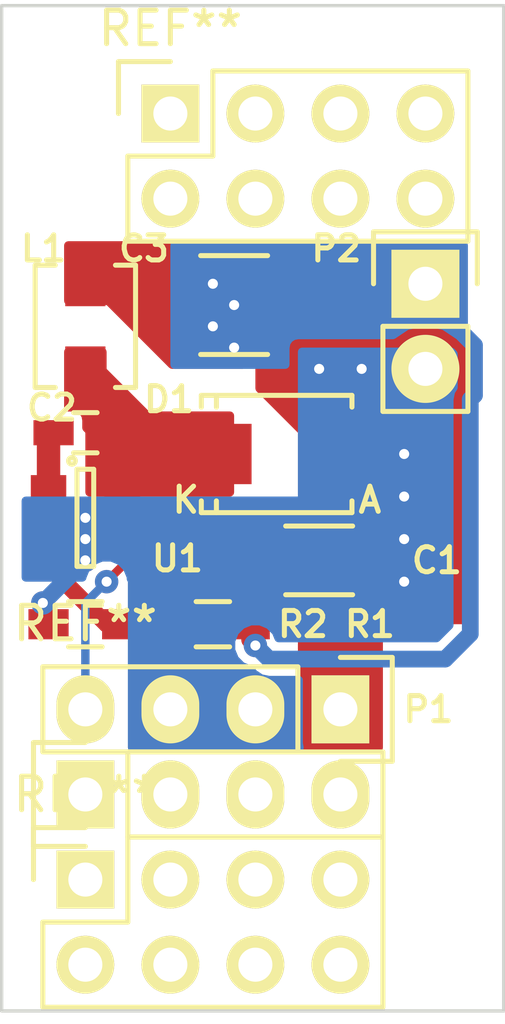
<source format=kicad_pcb>
(kicad_pcb (version 4) (host pcbnew 4.0.2+e4-6225~38~ubuntu16.04.1-stable)

  (general
    (links 0)
    (no_connects 0)
    (area 132.069999 93.884999 147.170001 123.985001)
    (thickness 1.6)
    (drawings 4)
    (tracks 59)
    (zones 0)
    (modules 13)
    (nets 8)
  )

  (page A4)
  (layers
    (0 F.Cu signal)
    (31 B.Cu signal)
    (32 B.Adhes user)
    (33 F.Adhes user)
    (34 B.Paste user)
    (35 F.Paste user)
    (36 B.SilkS user)
    (37 F.SilkS user)
    (38 B.Mask user)
    (39 F.Mask user)
    (40 Dwgs.User user)
    (41 Cmts.User user)
    (42 Eco1.User user)
    (43 Eco2.User user)
    (44 Edge.Cuts user)
    (45 Margin user)
    (46 B.CrtYd user)
    (47 F.CrtYd user)
    (48 B.Fab user)
    (49 F.Fab user hide)
  )

  (setup
    (last_trace_width 0.25)
    (trace_clearance 0.2)
    (zone_clearance 0.25)
    (zone_45_only no)
    (trace_min 0.2)
    (segment_width 0.2)
    (edge_width 0.1)
    (via_size 0.7)
    (via_drill 0.3)
    (via_min_size 0.4)
    (via_min_drill 0.3)
    (uvia_size 0.3)
    (uvia_drill 0.1)
    (uvias_allowed no)
    (uvia_min_size 0.2)
    (uvia_min_drill 0.1)
    (pcb_text_width 0.3)
    (pcb_text_size 1.5 1.5)
    (mod_edge_width 0.15)
    (mod_text_size 0.75 0.75)
    (mod_text_width 0.15)
    (pad_size 1.5 1.5)
    (pad_drill 0.5)
    (pad_to_mask_clearance 0)
    (aux_axis_origin 0 0)
    (grid_origin 134.62 114.935)
    (visible_elements FFFFFF7F)
    (pcbplotparams
      (layerselection 0x010f0_80000001)
      (usegerberextensions false)
      (excludeedgelayer true)
      (linewidth 0.100000)
      (plotframeref false)
      (viasonmask false)
      (mode 1)
      (useauxorigin false)
      (hpglpennumber 1)
      (hpglpenspeed 20)
      (hpglpendiameter 15)
      (hpglpenoverlay 2)
      (psnegative false)
      (psa4output false)
      (plotreference true)
      (plotvalue true)
      (plotinvisibletext false)
      (padsonsilk false)
      (subtractmaskfromsilk false)
      (outputformat 1)
      (mirror false)
      (drillshape 0)
      (scaleselection 1)
      (outputdirectory output-ext))
  )

  (net 0 "")
  (net 1 /VIN)
  (net 2 GND)
  (net 3 /BST)
  (net 4 /SW)
  (net 5 /VOUT)
  (net 6 /EN)
  (net 7 /FB)

  (net_class Default "This is the default net class."
    (clearance 0.2)
    (trace_width 0.25)
    (via_dia 0.7)
    (via_drill 0.3)
    (uvia_dia 0.3)
    (uvia_drill 0.1)
    (add_net /BST)
    (add_net /EN)
    (add_net /FB)
    (add_net /SW)
    (add_net /VIN)
    (add_net /VOUT)
    (add_net GND)
  )

  (module Socket_Strips:Socket_Strip_Straight_2x04 (layer F.Cu) (tedit 0) (tstamp 57A7F962)
    (at 137.16 97.155)
    (descr "Through hole socket strip")
    (tags "socket strip")
    (fp_text reference REF** (at 0 -2.54) (layer F.SilkS)
      (effects (font (size 1 1) (thickness 0.15)))
    )
    (fp_text value Socket_Strip_Straight_2x04 (at 0 -3.1) (layer F.Fab)
      (effects (font (size 1 1) (thickness 0.15)))
    )
    (fp_line (start -1.75 -1.75) (end -1.75 4.3) (layer F.CrtYd) (width 0.05))
    (fp_line (start 9.4 -1.75) (end 9.4 4.3) (layer F.CrtYd) (width 0.05))
    (fp_line (start -1.75 -1.75) (end 9.4 -1.75) (layer F.CrtYd) (width 0.05))
    (fp_line (start -1.75 4.3) (end 9.4 4.3) (layer F.CrtYd) (width 0.05))
    (fp_line (start 1.27 -1.27) (end 8.89 -1.27) (layer F.SilkS) (width 0.15))
    (fp_line (start 8.89 -1.27) (end 8.89 3.81) (layer F.SilkS) (width 0.15))
    (fp_line (start 8.89 3.81) (end -1.27 3.81) (layer F.SilkS) (width 0.15))
    (fp_line (start -1.27 3.81) (end -1.27 1.27) (layer F.SilkS) (width 0.15))
    (fp_line (start 0 -1.55) (end -1.55 -1.55) (layer F.SilkS) (width 0.15))
    (fp_line (start -1.27 1.27) (end 1.27 1.27) (layer F.SilkS) (width 0.15))
    (fp_line (start 1.27 1.27) (end 1.27 -1.27) (layer F.SilkS) (width 0.15))
    (fp_line (start -1.55 -1.55) (end -1.55 0) (layer F.SilkS) (width 0.15))
    (pad 1 thru_hole rect (at 0 0) (size 1.7272 1.7272) (drill 1.016) (layers *.Cu *.Mask F.SilkS))
    (pad 2 thru_hole oval (at 0 2.54) (size 1.7272 1.7272) (drill 1.016) (layers *.Cu *.Mask F.SilkS))
    (pad 3 thru_hole oval (at 2.54 0) (size 1.7272 1.7272) (drill 1.016) (layers *.Cu *.Mask F.SilkS))
    (pad 4 thru_hole oval (at 2.54 2.54) (size 1.7272 1.7272) (drill 1.016) (layers *.Cu *.Mask F.SilkS))
    (pad 5 thru_hole oval (at 5.08 0) (size 1.7272 1.7272) (drill 1.016) (layers *.Cu *.Mask F.SilkS))
    (pad 6 thru_hole oval (at 5.08 2.54) (size 1.7272 1.7272) (drill 1.016) (layers *.Cu *.Mask F.SilkS))
    (pad 7 thru_hole oval (at 7.62 0) (size 1.7272 1.7272) (drill 1.016) (layers *.Cu *.Mask F.SilkS))
    (pad 8 thru_hole oval (at 7.62 2.54) (size 1.7272 1.7272) (drill 1.016) (layers *.Cu *.Mask F.SilkS))
    (model Socket_Strips.3dshapes/Socket_Strip_Straight_2x04.wrl
      (at (xyz 0.15 -0.05 0))
      (scale (xyz 1 1 1))
      (rotate (xyz 0 0 180))
    )
  )

  (module Capacitors_SMD:C_0603_HandSoldering (layer F.Cu) (tedit 541A9B4D) (tstamp 57A7D831)
    (at 134.62 106.68)
    (descr "Capacitor SMD 0603, hand soldering")
    (tags "capacitor 0603")
    (path /57A7D6C1)
    (attr smd)
    (fp_text reference C2 (at -1 -0.745) (layer F.SilkS)
      (effects (font (size 0.75 0.75) (thickness 0.15)))
    )
    (fp_text value 0.1uF (at 0 1.9) (layer F.Fab)
      (effects (font (size 1 1) (thickness 0.15)))
    )
    (fp_line (start -1.85 -0.75) (end 1.85 -0.75) (layer F.CrtYd) (width 0.05))
    (fp_line (start -1.85 0.75) (end 1.85 0.75) (layer F.CrtYd) (width 0.05))
    (fp_line (start -1.85 -0.75) (end -1.85 0.75) (layer F.CrtYd) (width 0.05))
    (fp_line (start 1.85 -0.75) (end 1.85 0.75) (layer F.CrtYd) (width 0.05))
    (fp_line (start -0.35 -0.6) (end 0.35 -0.6) (layer F.SilkS) (width 0.15))
    (fp_line (start 0.35 0.6) (end -0.35 0.6) (layer F.SilkS) (width 0.15))
    (pad 1 smd rect (at -0.95 0) (size 1.2 0.75) (layers F.Cu F.Paste F.Mask)
      (net 3 /BST))
    (pad 2 smd rect (at 0.95 0) (size 1.2 0.75) (layers F.Cu F.Paste F.Mask)
      (net 4 /SW))
    (model Capacitors_SMD.3dshapes/C_0603_HandSoldering.wrl
      (at (xyz 0 0 0))
      (scale (xyz 1 1 1))
      (rotate (xyz 0 0 0))
    )
  )

  (module Pin_Headers:Pin_Header_Straight_1x02 (layer F.Cu) (tedit 54EA090C) (tstamp 57A7D882)
    (at 144.78 102.235)
    (descr "Through hole pin header")
    (tags "pin header")
    (path /57A7E1D5)
    (fp_text reference P2 (at -2.66 -1.05) (layer F.SilkS)
      (effects (font (size 0.75 0.75) (thickness 0.15)))
    )
    (fp_text value CONN_01X02 (at 0 -3.1) (layer F.Fab)
      (effects (font (size 1 1) (thickness 0.15)))
    )
    (fp_line (start 1.27 1.27) (end 1.27 3.81) (layer F.SilkS) (width 0.15))
    (fp_line (start 1.55 -1.55) (end 1.55 0) (layer F.SilkS) (width 0.15))
    (fp_line (start -1.75 -1.75) (end -1.75 4.3) (layer F.CrtYd) (width 0.05))
    (fp_line (start 1.75 -1.75) (end 1.75 4.3) (layer F.CrtYd) (width 0.05))
    (fp_line (start -1.75 -1.75) (end 1.75 -1.75) (layer F.CrtYd) (width 0.05))
    (fp_line (start -1.75 4.3) (end 1.75 4.3) (layer F.CrtYd) (width 0.05))
    (fp_line (start 1.27 1.27) (end -1.27 1.27) (layer F.SilkS) (width 0.15))
    (fp_line (start -1.55 0) (end -1.55 -1.55) (layer F.SilkS) (width 0.15))
    (fp_line (start -1.55 -1.55) (end 1.55 -1.55) (layer F.SilkS) (width 0.15))
    (fp_line (start -1.27 1.27) (end -1.27 3.81) (layer F.SilkS) (width 0.15))
    (fp_line (start -1.27 3.81) (end 1.27 3.81) (layer F.SilkS) (width 0.15))
    (pad 1 thru_hole rect (at 0 0) (size 2.032 2.032) (drill 1.016) (layers *.Cu *.Mask F.SilkS)
      (net 5 /VOUT))
    (pad 2 thru_hole oval (at 0 2.54) (size 2.032 2.032) (drill 1.016) (layers *.Cu *.Mask F.SilkS)
      (net 2 GND))
    (model Pin_Headers.3dshapes/Pin_Header_Straight_1x02.wrl
      (at (xyz 0 -0.05 0))
      (scale (xyz 1 1 1))
      (rotate (xyz 0 0 90))
    )
  )

  (module digitizer2_modules:IHLP-1212BZ-11 (layer F.Cu) (tedit 56EC0A1B) (tstamp 57A7D85E)
    (at 134.62 103.505 90)
    (path /57A7D952)
    (fp_text reference L1 (at 2.32 -1.25 180) (layer F.SilkS)
      (effects (font (size 0.75 0.75) (thickness 0.15)))
    )
    (fp_text value 2.2uH (at 0 2.54 90) (layer F.Fab)
      (effects (font (size 1 1) (thickness 0.15)))
    )
    (fp_line (start 1.825 1.5) (end 1.825 0.9) (layer F.SilkS) (width 0.15))
    (fp_line (start -1.825 1.5) (end -1.825 0.9) (layer F.SilkS) (width 0.15))
    (fp_line (start -1.825 -1.5) (end -1.825 -0.9) (layer F.SilkS) (width 0.15))
    (fp_line (start 1.825 -1.5) (end 1.825 -0.9) (layer F.SilkS) (width 0.15))
    (fp_line (start -1.825 1.5) (end 1.825 1.5) (layer F.SilkS) (width 0.15))
    (fp_line (start -1.825 -1.5) (end 1.825 -1.5) (layer F.SilkS) (width 0.15))
    (pad 1 smd rect (at -1.35 0 90) (size 1.5 1.2) (layers F.Cu F.Paste F.Mask)
      (net 4 /SW))
    (pad 2 smd rect (at 1.35 0 90) (size 1.5 1.2) (layers F.Cu F.Paste F.Mask)
      (net 5 /VOUT))
  )

  (module Diodes_SMD:SMA_Standard (layer F.Cu) (tedit 552FF239) (tstamp 57A7D852)
    (at 140.335 107.315)
    (descr "Diode SMA")
    (tags "Diode SMA")
    (path /57A7C9A1)
    (attr smd)
    (fp_text reference D1 (at -3.215 -1.63) (layer F.SilkS)
      (effects (font (size 0.75 0.75) (thickness 0.15)))
    )
    (fp_text value D_Schottky_Small (at 0 4.3) (layer F.Fab)
      (effects (font (size 1 1) (thickness 0.15)))
    )
    (fp_line (start -3.5 -2) (end 3.5 -2) (layer F.CrtYd) (width 0.05))
    (fp_line (start 3.5 -2) (end 3.5 2) (layer F.CrtYd) (width 0.05))
    (fp_line (start 3.5 2) (end -3.5 2) (layer F.CrtYd) (width 0.05))
    (fp_line (start -3.5 2) (end -3.5 -2) (layer F.CrtYd) (width 0.05))
    (fp_text user K (at -2.715 1.37) (layer F.SilkS)
      (effects (font (size 0.75 0.75) (thickness 0.15)))
    )
    (fp_text user A (at 2.785 1.37) (layer F.SilkS)
      (effects (font (size 0.75 0.75) (thickness 0.15)))
    )
    (fp_circle (center 0 0) (end 0.20066 -0.0508) (layer F.Adhes) (width 0.381))
    (fp_line (start -1.79914 1.75006) (end -1.79914 1.39954) (layer F.SilkS) (width 0.15))
    (fp_line (start -1.79914 -1.75006) (end -1.79914 -1.39954) (layer F.SilkS) (width 0.15))
    (fp_line (start 2.25044 1.75006) (end 2.25044 1.39954) (layer F.SilkS) (width 0.15))
    (fp_line (start -2.25044 1.75006) (end -2.25044 1.39954) (layer F.SilkS) (width 0.15))
    (fp_line (start -2.25044 -1.75006) (end -2.25044 -1.39954) (layer F.SilkS) (width 0.15))
    (fp_line (start 2.25044 -1.75006) (end 2.25044 -1.39954) (layer F.SilkS) (width 0.15))
    (fp_line (start -2.25044 1.75006) (end 2.25044 1.75006) (layer F.SilkS) (width 0.15))
    (fp_line (start -2.25044 -1.75006) (end 2.25044 -1.75006) (layer F.SilkS) (width 0.15))
    (pad 1 smd rect (at -1.99898 0) (size 2.49936 1.80086) (layers F.Cu F.Paste F.Mask)
      (net 4 /SW))
    (pad 2 smd rect (at 1.99898 0) (size 2.49936 1.80086) (layers F.Cu F.Paste F.Mask)
      (net 2 GND))
    (model Diodes_SMD.3dshapes/SMA_Standard.wrl
      (at (xyz 0 0 0))
      (scale (xyz 0.3937 0.3937 0.3937))
      (rotate (xyz 0 0 180))
    )
  )

  (module Resistors_SMD:R_0603_HandSoldering (layer F.Cu) (tedit 5418A00F) (tstamp 57A7D88E)
    (at 138.43 112.395 180)
    (descr "Resistor SMD 0603, hand soldering")
    (tags "resistor 0603")
    (path /57A7CF0E)
    (attr smd)
    (fp_text reference R1 (at -4.69 0 180) (layer F.SilkS)
      (effects (font (size 0.75 0.75) (thickness 0.15)))
    )
    (fp_text value div1 (at 0 1.9 180) (layer F.Fab)
      (effects (font (size 1 1) (thickness 0.15)))
    )
    (fp_line (start -2 -0.8) (end 2 -0.8) (layer F.CrtYd) (width 0.05))
    (fp_line (start -2 0.8) (end 2 0.8) (layer F.CrtYd) (width 0.05))
    (fp_line (start -2 -0.8) (end -2 0.8) (layer F.CrtYd) (width 0.05))
    (fp_line (start 2 -0.8) (end 2 0.8) (layer F.CrtYd) (width 0.05))
    (fp_line (start 0.5 0.675) (end -0.5 0.675) (layer F.SilkS) (width 0.15))
    (fp_line (start -0.5 -0.675) (end 0.5 -0.675) (layer F.SilkS) (width 0.15))
    (pad 1 smd rect (at -1.1 0 180) (size 1.2 0.9) (layers F.Cu F.Paste F.Mask)
      (net 5 /VOUT))
    (pad 2 smd rect (at 1.1 0 180) (size 1.2 0.9) (layers F.Cu F.Paste F.Mask)
      (net 7 /FB))
    (model Resistors_SMD.3dshapes/R_0603_HandSoldering.wrl
      (at (xyz 0 0 0))
      (scale (xyz 1 1 1))
      (rotate (xyz 0 0 0))
    )
  )

  (module Resistors_SMD:R_0603_HandSoldering (layer F.Cu) (tedit 5418A00F) (tstamp 57A7D89A)
    (at 134.62 112.395 180)
    (descr "Resistor SMD 0603, hand soldering")
    (tags "resistor 0603")
    (path /57A7D050)
    (attr smd)
    (fp_text reference R2 (at -6.5 0 180) (layer F.SilkS)
      (effects (font (size 0.75 0.75) (thickness 0.15)))
    )
    (fp_text value div2 (at 0 1.9 180) (layer F.Fab)
      (effects (font (size 1 1) (thickness 0.15)))
    )
    (fp_line (start -2 -0.8) (end 2 -0.8) (layer F.CrtYd) (width 0.05))
    (fp_line (start -2 0.8) (end 2 0.8) (layer F.CrtYd) (width 0.05))
    (fp_line (start -2 -0.8) (end -2 0.8) (layer F.CrtYd) (width 0.05))
    (fp_line (start 2 -0.8) (end 2 0.8) (layer F.CrtYd) (width 0.05))
    (fp_line (start 0.5 0.675) (end -0.5 0.675) (layer F.SilkS) (width 0.15))
    (fp_line (start -0.5 -0.675) (end 0.5 -0.675) (layer F.SilkS) (width 0.15))
    (pad 1 smd rect (at -1.1 0 180) (size 1.2 0.9) (layers F.Cu F.Paste F.Mask)
      (net 7 /FB))
    (pad 2 smd rect (at 1.1 0 180) (size 1.2 0.9) (layers F.Cu F.Paste F.Mask)
      (net 2 GND))
    (model Resistors_SMD.3dshapes/R_0603_HandSoldering.wrl
      (at (xyz 0 0 0))
      (scale (xyz 1 1 1))
      (rotate (xyz 0 0 0))
    )
  )

  (module Capacitors_SMD:C_1206 (layer F.Cu) (tedit 5415D7BD) (tstamp 57A7D825)
    (at 141.605 110.49)
    (descr "Capacitor SMD 1206, reflow soldering, AVX (see smccp.pdf)")
    (tags "capacitor 1206")
    (path /57A7D3A9)
    (attr smd)
    (fp_text reference C1 (at 3.515 0) (layer F.SilkS)
      (effects (font (size 0.75 0.75) (thickness 0.15)))
    )
    (fp_text value 10uF (at 0 2.3) (layer F.Fab)
      (effects (font (size 1 1) (thickness 0.15)))
    )
    (fp_line (start -2.3 -1.15) (end 2.3 -1.15) (layer F.CrtYd) (width 0.05))
    (fp_line (start -2.3 1.15) (end 2.3 1.15) (layer F.CrtYd) (width 0.05))
    (fp_line (start -2.3 -1.15) (end -2.3 1.15) (layer F.CrtYd) (width 0.05))
    (fp_line (start 2.3 -1.15) (end 2.3 1.15) (layer F.CrtYd) (width 0.05))
    (fp_line (start 1 -1.025) (end -1 -1.025) (layer F.SilkS) (width 0.15))
    (fp_line (start -1 1.025) (end 1 1.025) (layer F.SilkS) (width 0.15))
    (pad 1 smd rect (at -1.5 0) (size 1 1.6) (layers F.Cu F.Paste F.Mask)
      (net 1 /VIN))
    (pad 2 smd rect (at 1.5 0) (size 1 1.6) (layers F.Cu F.Paste F.Mask)
      (net 2 GND))
    (model Capacitors_SMD.3dshapes/C_1206.wrl
      (at (xyz 0 0 0))
      (scale (xyz 1 1 1))
      (rotate (xyz 0 0 0))
    )
  )

  (module TO_SOT_Packages_SMD:SOT-23-6 (layer F.Cu) (tedit 53DE8DE3) (tstamp 57A7D8A9)
    (at 134.62 109.22)
    (descr "6-pin SOT-23 package")
    (tags SOT-23-6)
    (path /57A7CDC4)
    (attr smd)
    (fp_text reference U1 (at 2.75 1.215) (layer F.SilkS)
      (effects (font (size 0.75 0.75) (thickness 0.15)))
    )
    (fp_text value ADP2301 (at 0 2.9) (layer F.Fab)
      (effects (font (size 1 1) (thickness 0.15)))
    )
    (fp_circle (center -0.4 -1.7) (end -0.3 -1.7) (layer F.SilkS) (width 0.15))
    (fp_line (start 0.25 -1.45) (end -0.25 -1.45) (layer F.SilkS) (width 0.15))
    (fp_line (start 0.25 1.45) (end 0.25 -1.45) (layer F.SilkS) (width 0.15))
    (fp_line (start -0.25 1.45) (end 0.25 1.45) (layer F.SilkS) (width 0.15))
    (fp_line (start -0.25 -1.45) (end -0.25 1.45) (layer F.SilkS) (width 0.15))
    (pad 1 smd rect (at -1.1 -0.95) (size 1.06 0.65) (layers F.Cu F.Paste F.Mask)
      (net 3 /BST))
    (pad 2 smd rect (at -1.1 0) (size 1.06 0.65) (layers F.Cu F.Paste F.Mask)
      (net 2 GND))
    (pad 3 smd rect (at -1.1 0.95) (size 1.06 0.65) (layers F.Cu F.Paste F.Mask)
      (net 7 /FB))
    (pad 4 smd rect (at 1.1 0.95) (size 1.06 0.65) (layers F.Cu F.Paste F.Mask)
      (net 6 /EN))
    (pad 6 smd rect (at 1.1 -0.95) (size 1.06 0.65) (layers F.Cu F.Paste F.Mask)
      (net 4 /SW))
    (pad 5 smd rect (at 1.1 0) (size 1.06 0.65) (layers F.Cu F.Paste F.Mask)
      (net 1 /VIN))
    (model TO_SOT_Packages_SMD.3dshapes/SOT-23-6.wrl
      (at (xyz 0 0 0))
      (scale (xyz 1 1 1))
      (rotate (xyz 0 0 0))
    )
  )

  (module Pin_Headers:Pin_Header_Straight_1x04 (layer F.Cu) (tedit 0) (tstamp 57A7D871)
    (at 142.24 114.935 270)
    (descr "Through hole pin header")
    (tags "pin header")
    (path /57A7D6BE)
    (fp_text reference P1 (at 0 -2.63 360) (layer F.SilkS)
      (effects (font (size 0.75 0.75) (thickness 0.15)))
    )
    (fp_text value CONN_01X04 (at 0 -3.1 270) (layer F.Fab)
      (effects (font (size 1 1) (thickness 0.15)))
    )
    (fp_line (start -1.75 -1.75) (end -1.75 9.4) (layer F.CrtYd) (width 0.05))
    (fp_line (start 1.75 -1.75) (end 1.75 9.4) (layer F.CrtYd) (width 0.05))
    (fp_line (start -1.75 -1.75) (end 1.75 -1.75) (layer F.CrtYd) (width 0.05))
    (fp_line (start -1.75 9.4) (end 1.75 9.4) (layer F.CrtYd) (width 0.05))
    (fp_line (start -1.27 1.27) (end -1.27 8.89) (layer F.SilkS) (width 0.15))
    (fp_line (start 1.27 1.27) (end 1.27 8.89) (layer F.SilkS) (width 0.15))
    (fp_line (start 1.55 -1.55) (end 1.55 0) (layer F.SilkS) (width 0.15))
    (fp_line (start -1.27 8.89) (end 1.27 8.89) (layer F.SilkS) (width 0.15))
    (fp_line (start 1.27 1.27) (end -1.27 1.27) (layer F.SilkS) (width 0.15))
    (fp_line (start -1.55 0) (end -1.55 -1.55) (layer F.SilkS) (width 0.15))
    (fp_line (start -1.55 -1.55) (end 1.55 -1.55) (layer F.SilkS) (width 0.15))
    (pad 1 thru_hole rect (at 0 0 270) (size 2.032 1.7272) (drill 1.016) (layers *.Cu *.Mask F.SilkS)
      (net 1 /VIN))
    (pad 2 thru_hole oval (at 0 2.54 270) (size 2.032 1.7272) (drill 1.016) (layers *.Cu *.Mask F.SilkS)
      (net 2 GND))
    (pad 3 thru_hole oval (at 0 5.08 270) (size 2.032 1.7272) (drill 1.016) (layers *.Cu *.Mask F.SilkS)
      (net 2 GND))
    (pad 4 thru_hole oval (at 0 7.62 270) (size 2.032 1.7272) (drill 1.016) (layers *.Cu *.Mask F.SilkS)
      (net 6 /EN))
    (model Pin_Headers.3dshapes/Pin_Header_Straight_1x04.wrl
      (at (xyz 0 -0.15 0))
      (scale (xyz 1 1 1))
      (rotate (xyz 0 0 90))
    )
  )

  (module Capacitors_SMD:C_1210 (layer F.Cu) (tedit 5415D85D) (tstamp 57A7D83D)
    (at 139.065 102.87)
    (descr "Capacitor SMD 1210, reflow soldering, AVX (see smccp.pdf)")
    (tags "capacitor 1210")
    (path /57A7DBCB)
    (attr smd)
    (fp_text reference C3 (at -2.695 -1.685) (layer F.SilkS)
      (effects (font (size 0.75 0.75) (thickness 0.15)))
    )
    (fp_text value C_Small (at 0 2.7) (layer F.Fab)
      (effects (font (size 1 1) (thickness 0.15)))
    )
    (fp_line (start -2.3 -1.6) (end 2.3 -1.6) (layer F.CrtYd) (width 0.05))
    (fp_line (start -2.3 1.6) (end 2.3 1.6) (layer F.CrtYd) (width 0.05))
    (fp_line (start -2.3 -1.6) (end -2.3 1.6) (layer F.CrtYd) (width 0.05))
    (fp_line (start 2.3 -1.6) (end 2.3 1.6) (layer F.CrtYd) (width 0.05))
    (fp_line (start 1 -1.475) (end -1 -1.475) (layer F.SilkS) (width 0.15))
    (fp_line (start -1 1.475) (end 1 1.475) (layer F.SilkS) (width 0.15))
    (pad 1 smd rect (at -1.5 0) (size 1 2.5) (layers F.Cu F.Paste F.Mask)
      (net 5 /VOUT))
    (pad 2 smd rect (at 1.5 0) (size 1 2.5) (layers F.Cu F.Paste F.Mask)
      (net 2 GND))
    (model Capacitors_SMD.3dshapes/C_1210.wrl
      (at (xyz 0 0 0))
      (scale (xyz 1 1 1))
      (rotate (xyz 0 0 0))
    )
  )

  (module Socket_Strips:Socket_Strip_Straight_2x04 (layer F.Cu) (tedit 0) (tstamp 57A7F934)
    (at 134.62 120.015)
    (descr "Through hole socket strip")
    (tags "socket strip")
    (fp_text reference REF** (at 0 -2.54) (layer F.SilkS)
      (effects (font (size 1 1) (thickness 0.15)))
    )
    (fp_text value Socket_Strip_Straight_2x04 (at 0 -3.1) (layer F.Fab)
      (effects (font (size 1 1) (thickness 0.15)))
    )
    (fp_line (start -1.75 -1.75) (end -1.75 4.3) (layer F.CrtYd) (width 0.05))
    (fp_line (start 9.4 -1.75) (end 9.4 4.3) (layer F.CrtYd) (width 0.05))
    (fp_line (start -1.75 -1.75) (end 9.4 -1.75) (layer F.CrtYd) (width 0.05))
    (fp_line (start -1.75 4.3) (end 9.4 4.3) (layer F.CrtYd) (width 0.05))
    (fp_line (start 1.27 -1.27) (end 8.89 -1.27) (layer F.SilkS) (width 0.15))
    (fp_line (start 8.89 -1.27) (end 8.89 3.81) (layer F.SilkS) (width 0.15))
    (fp_line (start 8.89 3.81) (end -1.27 3.81) (layer F.SilkS) (width 0.15))
    (fp_line (start -1.27 3.81) (end -1.27 1.27) (layer F.SilkS) (width 0.15))
    (fp_line (start 0 -1.55) (end -1.55 -1.55) (layer F.SilkS) (width 0.15))
    (fp_line (start -1.27 1.27) (end 1.27 1.27) (layer F.SilkS) (width 0.15))
    (fp_line (start 1.27 1.27) (end 1.27 -1.27) (layer F.SilkS) (width 0.15))
    (fp_line (start -1.55 -1.55) (end -1.55 0) (layer F.SilkS) (width 0.15))
    (pad 1 thru_hole rect (at 0 0) (size 1.7272 1.7272) (drill 1.016) (layers *.Cu *.Mask F.SilkS))
    (pad 2 thru_hole oval (at 0 2.54) (size 1.7272 1.7272) (drill 1.016) (layers *.Cu *.Mask F.SilkS))
    (pad 3 thru_hole oval (at 2.54 0) (size 1.7272 1.7272) (drill 1.016) (layers *.Cu *.Mask F.SilkS))
    (pad 4 thru_hole oval (at 2.54 2.54) (size 1.7272 1.7272) (drill 1.016) (layers *.Cu *.Mask F.SilkS))
    (pad 5 thru_hole oval (at 5.08 0) (size 1.7272 1.7272) (drill 1.016) (layers *.Cu *.Mask F.SilkS))
    (pad 6 thru_hole oval (at 5.08 2.54) (size 1.7272 1.7272) (drill 1.016) (layers *.Cu *.Mask F.SilkS))
    (pad 7 thru_hole oval (at 7.62 0) (size 1.7272 1.7272) (drill 1.016) (layers *.Cu *.Mask F.SilkS))
    (pad 8 thru_hole oval (at 7.62 2.54) (size 1.7272 1.7272) (drill 1.016) (layers *.Cu *.Mask F.SilkS))
    (model Socket_Strips.3dshapes/Socket_Strip_Straight_2x04.wrl
      (at (xyz 0.15 -0.05 0))
      (scale (xyz 1 1 1))
      (rotate (xyz 0 0 180))
    )
  )

  (module Socket_Strips:Socket_Strip_Straight_1x04 (layer F.Cu) (tedit 0) (tstamp 57A7F9F3)
    (at 134.62 117.475)
    (descr "Through hole socket strip")
    (tags "socket strip")
    (fp_text reference REF** (at 0 -5.1) (layer F.SilkS)
      (effects (font (size 1 1) (thickness 0.15)))
    )
    (fp_text value Socket_Strip_Straight_1x04 (at 0 -3.1) (layer F.Fab)
      (effects (font (size 1 1) (thickness 0.15)))
    )
    (fp_line (start -1.75 -1.75) (end -1.75 1.75) (layer F.CrtYd) (width 0.05))
    (fp_line (start 9.4 -1.75) (end 9.4 1.75) (layer F.CrtYd) (width 0.05))
    (fp_line (start -1.75 -1.75) (end 9.4 -1.75) (layer F.CrtYd) (width 0.05))
    (fp_line (start -1.75 1.75) (end 9.4 1.75) (layer F.CrtYd) (width 0.05))
    (fp_line (start 1.27 -1.27) (end 8.89 -1.27) (layer F.SilkS) (width 0.15))
    (fp_line (start 1.27 1.27) (end 8.89 1.27) (layer F.SilkS) (width 0.15))
    (fp_line (start -1.55 1.55) (end 0 1.55) (layer F.SilkS) (width 0.15))
    (fp_line (start 8.89 -1.27) (end 8.89 1.27) (layer F.SilkS) (width 0.15))
    (fp_line (start 1.27 1.27) (end 1.27 -1.27) (layer F.SilkS) (width 0.15))
    (fp_line (start 0 -1.55) (end -1.55 -1.55) (layer F.SilkS) (width 0.15))
    (fp_line (start -1.55 -1.55) (end -1.55 1.55) (layer F.SilkS) (width 0.15))
    (pad 1 thru_hole rect (at 0 0) (size 1.7272 2.032) (drill 1.016) (layers *.Cu *.Mask F.SilkS))
    (pad 2 thru_hole oval (at 2.54 0) (size 1.7272 2.032) (drill 1.016) (layers *.Cu *.Mask F.SilkS))
    (pad 3 thru_hole oval (at 5.08 0) (size 1.7272 2.032) (drill 1.016) (layers *.Cu *.Mask F.SilkS))
    (pad 4 thru_hole oval (at 7.62 0) (size 1.7272 2.032) (drill 1.016) (layers *.Cu *.Mask F.SilkS))
    (model Socket_Strips.3dshapes/Socket_Strip_Straight_1x04.wrl
      (at (xyz 0.15 0 0))
      (scale (xyz 1 1 1))
      (rotate (xyz 0 0 180))
    )
  )

  (gr_line (start 147.12 123.935) (end 132.12 123.935) (layer Edge.Cuts) (width 0.1))
  (gr_line (start 147.12 93.935) (end 147.12 123.935) (layer Edge.Cuts) (width 0.1))
  (gr_line (start 132.12 93.935) (end 147.12 93.935) (layer Edge.Cuts) (width 0.1))
  (gr_line (start 132.12 123.935) (end 132.12 93.935) (layer Edge.Cuts) (width 0.1))

  (segment (start 141.605 104.775) (end 142.875 104.775) (width 0.25) (layer F.Cu) (net 2))
  (via (at 142.875 104.775) (size 0.7) (drill 0.3) (layers F.Cu B.Cu) (net 2))
  (segment (start 140.565 102.87) (end 140.565 103.735) (width 0.25) (layer F.Cu) (net 2))
  (segment (start 140.565 103.735) (end 141.605 104.775) (width 0.25) (layer F.Cu) (net 2))
  (via (at 141.605 104.775) (size 0.7) (drill 0.3) (layers F.Cu B.Cu) (net 2))
  (segment (start 134.62 109.22) (end 133.52 109.22) (width 0.7) (layer F.Cu) (net 2))
  (segment (start 134.62 109.855) (end 134.62 109.22) (width 0.7) (layer F.Cu) (net 2))
  (via (at 134.62 109.22) (size 0.7) (drill 0.3) (layers F.Cu B.Cu) (net 2))
  (segment (start 134.618603 109.856397) (end 134.62 109.855) (width 0.7) (layer F.Cu) (net 2))
  (segment (start 134.618603 110.488603) (end 134.618603 109.856397) (width 0.7) (layer F.Cu) (net 2))
  (segment (start 134.62 110.487206) (end 134.62 109.855) (width 0.7) (layer F.Cu) (net 2))
  (via (at 134.62 109.855) (size 0.7) (drill 0.3) (layers F.Cu B.Cu) (net 2))
  (segment (start 144.145 107.315) (end 144.145 108.585) (width 0.25) (layer F.Cu) (net 2))
  (via (at 144.145 108.585) (size 0.7) (drill 0.3) (layers F.Cu B.Cu) (net 2))
  (segment (start 142.33398 107.315) (end 144.145 107.315) (width 0.25) (layer F.Cu) (net 2))
  (via (at 144.145 107.315) (size 0.7) (drill 0.3) (layers F.Cu B.Cu) (net 2))
  (segment (start 144.145 109.855) (end 144.145 111.125) (width 0.25) (layer F.Cu) (net 2))
  (via (at 144.145 111.125) (size 0.7) (drill 0.3) (layers F.Cu B.Cu) (net 2))
  (segment (start 143.105 110.49) (end 143.51 110.49) (width 0.25) (layer F.Cu) (net 2))
  (segment (start 143.51 110.49) (end 144.145 109.855) (width 0.25) (layer F.Cu) (net 2))
  (via (at 144.145 109.855) (size 0.7) (drill 0.3) (layers F.Cu B.Cu) (net 2))
  (segment (start 133.35 111.76) (end 133.35 111.757206) (width 0.5) (layer B.Cu) (net 2))
  (segment (start 133.35 111.757206) (end 134.618603 110.488603) (width 0.5) (layer B.Cu) (net 2))
  (via (at 134.618603 110.488603) (size 0.7) (drill 0.3) (layers F.Cu B.Cu) (net 2))
  (segment (start 133.490026 112.395) (end 133.35 112.254974) (width 0.5) (layer F.Cu) (net 2))
  (segment (start 133.52 112.395) (end 133.490026 112.395) (width 0.5) (layer F.Cu) (net 2))
  (segment (start 133.35 112.254974) (end 133.35 111.76) (width 0.5) (layer F.Cu) (net 2))
  (via (at 133.35 111.76) (size 0.7) (drill 0.3) (layers F.Cu B.Cu) (net 2))
  (segment (start 133.52 108.27) (end 133.52 106.83) (width 0.7) (layer F.Cu) (net 3))
  (segment (start 133.52 106.83) (end 133.67 106.68) (width 0.7) (layer F.Cu) (net 3))
  (segment (start 144.78 102.235) (end 144.78 102.605318) (width 0.5) (layer B.Cu) (net 5))
  (segment (start 144.78 102.605318) (end 146.246001 104.071319) (width 0.5) (layer B.Cu) (net 5))
  (segment (start 146.246001 104.071319) (end 146.246001 105.558999) (width 0.5) (layer B.Cu) (net 5))
  (segment (start 146.246001 105.558999) (end 146.12 105.685) (width 0.5) (layer B.Cu) (net 5))
  (segment (start 146.12 105.685) (end 146.12 112.685) (width 0.5) (layer B.Cu) (net 5))
  (segment (start 146.12 112.685) (end 145.37 113.435) (width 0.5) (layer B.Cu) (net 5))
  (segment (start 145.37 113.435) (end 140.105 113.435) (width 0.5) (layer B.Cu) (net 5))
  (segment (start 140.105 113.435) (end 139.7 113.03) (width 0.5) (layer B.Cu) (net 5))
  (segment (start 139.53 112.395) (end 139.53 112.86) (width 0.5) (layer F.Cu) (net 5))
  (segment (start 139.53 112.86) (end 139.7 113.03) (width 0.5) (layer F.Cu) (net 5))
  (via (at 139.7 113.03) (size 0.7) (drill 0.3) (layers F.Cu B.Cu) (net 5))
  (via (at 139.065 102.87) (size 0.7) (drill 0.3) (layers F.Cu B.Cu) (net 5))
  (segment (start 138.43 103.505) (end 139.065 104.14) (width 0.25) (layer F.Cu) (net 5))
  (via (at 139.065 104.14) (size 0.7) (drill 0.3) (layers F.Cu B.Cu) (net 5))
  (segment (start 139.065 102.87) (end 138.43 103.505) (width 0.25) (layer F.Cu) (net 5))
  (via (at 138.43 103.505) (size 0.7) (drill 0.3) (layers F.Cu B.Cu) (net 5))
  (segment (start 138.43 102.235) (end 139.065 102.87) (width 0.25) (layer F.Cu) (net 5))
  (segment (start 137.565 102.87) (end 137.795 102.87) (width 0.25) (layer F.Cu) (net 5))
  (segment (start 137.795 102.87) (end 138.43 102.235) (width 0.25) (layer F.Cu) (net 5))
  (via (at 138.43 102.235) (size 0.7) (drill 0.3) (layers F.Cu B.Cu) (net 5))
  (segment (start 135.255 111.125) (end 134.62 111.76) (width 0.25) (layer B.Cu) (net 6))
  (segment (start 134.62 111.76) (end 134.62 114.935) (width 0.25) (layer B.Cu) (net 6))
  (segment (start 135.72 110.17) (end 135.72 110.66) (width 0.25) (layer F.Cu) (net 6))
  (segment (start 135.72 110.66) (end 135.255 111.125) (width 0.25) (layer F.Cu) (net 6))
  (via (at 135.255 111.125) (size 0.7) (drill 0.3) (layers F.Cu B.Cu) (net 6))
  (segment (start 135.72 112.395) (end 135.255 112.395) (width 0.5) (layer F.Cu) (net 7))
  (segment (start 135.255 112.395) (end 133.52 110.66) (width 0.5) (layer F.Cu) (net 7))
  (segment (start 133.52 110.66) (end 133.52 110.17) (width 0.5) (layer F.Cu) (net 7))
  (segment (start 137.33 112.395) (end 135.72 112.395) (width 0.5) (layer F.Cu) (net 7))

  (zone (net 4) (net_name /SW) (layer F.Cu) (tstamp 0) (hatch edge 0.508)
    (priority 1)
    (connect_pads yes (clearance 0.25))
    (min_thickness 0.254)
    (fill yes (arc_segments 16) (thermal_gap 0.508) (thermal_bridge_width 0.508))
    (polygon
      (pts
        (xy 133.985 106.045) (xy 134.62 106.68) (xy 134.62 108.585) (xy 139.065 108.585) (xy 139.065 106.045)
        (xy 136.525 106.045) (xy 135.255 104.775) (xy 135.255 104.14) (xy 133.985 104.14)
      )
    )
    (filled_polygon
      (pts
        (xy 135.128 104.775) (xy 135.138006 104.82441) (xy 135.165197 104.864803) (xy 136.435197 106.134803) (xy 136.477211 106.162666)
        (xy 136.525 106.172) (xy 138.938 106.172) (xy 138.938 108.458) (xy 134.747 108.458) (xy 134.747 106.68)
        (xy 134.736994 106.63059) (xy 134.709803 106.590197) (xy 134.654385 106.534779) (xy 134.654385 106.305) (xy 134.628097 106.165292)
        (xy 134.54553 106.03698) (xy 134.419547 105.950899) (xy 134.27 105.920615) (xy 134.112 105.920615) (xy 134.112 104.267)
        (xy 135.128 104.267)
      )
    )
  )
  (zone (net 1) (net_name /VIN) (layer F.Cu) (tstamp 0) (hatch edge 0.508)
    (connect_pads yes (clearance 0.25))
    (min_thickness 0.254)
    (fill yes (arc_segments 16) (thermal_gap 0.508) (thermal_bridge_width 0.508))
    (polygon
      (pts
        (xy 134.62 108.839) (xy 139.954 108.839) (xy 143.51 112.395) (xy 143.51 116.205) (xy 140.97 116.205)
        (xy 140.97 112.776) (xy 139.319 111.125) (xy 136.525 111.125) (xy 136.525 109.855) (xy 134.62 109.855)
      )
    )
    (filled_polygon
      (pts
        (xy 142.220615 111.285221) (xy 142.220615 111.29) (xy 142.246903 111.429708) (xy 142.32947 111.55802) (xy 142.455453 111.644101)
        (xy 142.605 111.674385) (xy 142.609779 111.674385) (xy 143.383 112.447606) (xy 143.383 116.078) (xy 141.097 116.078)
        (xy 141.097 112.776) (xy 141.086994 112.72659) (xy 141.059803 112.686197) (xy 140.514385 112.140779) (xy 140.514385 111.945)
        (xy 140.488097 111.805292) (xy 140.40553 111.67698) (xy 140.279547 111.590899) (xy 140.13 111.560615) (xy 139.934221 111.560615)
        (xy 139.408803 111.035197) (xy 139.366789 111.007334) (xy 139.319 110.998) (xy 136.652 110.998) (xy 136.652 109.855)
        (xy 136.641994 109.80559) (xy 136.621259 109.775244) (xy 136.608097 109.705292) (xy 136.52553 109.57698) (xy 136.399547 109.490899)
        (xy 136.25 109.460615) (xy 135.347 109.460615) (xy 135.347 109.220635) (xy 135.347126 109.076025) (xy 135.307195 108.979385)
        (xy 136.25 108.979385) (xy 136.321135 108.966) (xy 139.901394 108.966)
      )
    )
  )
  (zone (net 2) (net_name GND) (layer F.Cu) (tstamp 0) (hatch edge 0.508)
    (priority 2)
    (connect_pads yes (clearance 0.25))
    (min_thickness 0.254)
    (fill yes (arc_segments 16) (thermal_gap 0.508) (thermal_bridge_width 0.508))
    (polygon
      (pts
        (xy 139.7 100.965) (xy 139.7 105.41) (xy 140.97 106.68) (xy 140.97 109.22) (xy 144.145 112.395)
        (xy 146.05 112.395) (xy 146.05 100.965)
      )
    )
    (filled_polygon
      (pts
        (xy 143.379615 101.219) (xy 143.379615 103.251) (xy 143.405903 103.390708) (xy 143.48847 103.51902) (xy 143.614453 103.605101)
        (xy 143.764 103.635385) (xy 145.796 103.635385) (xy 145.923 103.611488) (xy 145.923 112.268) (xy 144.197606 112.268)
        (xy 141.097 109.167394) (xy 141.097 106.68) (xy 141.086994 106.63059) (xy 141.059803 106.590197) (xy 139.827 105.357394)
        (xy 139.827 101.092) (xy 143.405333 101.092)
      )
    )
  )
  (zone (net 5) (net_name /VOUT) (layer F.Cu) (tstamp 0) (hatch edge 0.508)
    (priority 1)
    (connect_pads yes (clearance 0.25))
    (min_thickness 0.254)
    (fill yes (arc_segments 16) (thermal_gap 0.508) (thermal_bridge_width 0.508))
    (polygon
      (pts
        (xy 133.985 100.965) (xy 139.7 100.965) (xy 139.7 104.775) (xy 137.16 104.775) (xy 135.255 102.87)
        (xy 133.985 102.87)
      )
    )
    (filled_polygon
      (pts
        (xy 139.323 104.648) (xy 137.212606 104.648) (xy 135.344803 102.780197) (xy 135.302789 102.752334) (xy 135.255 102.743)
        (xy 134.112 102.743) (xy 134.112 101.092) (xy 139.323 101.092)
      )
    )
  )
  (zone (net 5) (net_name /VOUT) (layer B.Cu) (tstamp 0) (hatch edge 0.508)
    (priority 1)
    (connect_pads yes (clearance 0.25))
    (min_thickness 0.254)
    (fill yes (arc_segments 16) (thermal_gap 0.508) (thermal_bridge_width 0.508))
    (polygon
      (pts
        (xy 137.16 100.965) (xy 137.16 104.775) (xy 146.05 104.775) (xy 146.05 100.965)
      )
    )
    (filled_polygon
      (pts
        (xy 145.923 103.763) (xy 145.751882 103.763) (xy 145.340368 103.488036) (xy 144.80729 103.382) (xy 144.75271 103.382)
        (xy 144.219632 103.488036) (xy 143.808118 103.763) (xy 140.97 103.763) (xy 140.832977 103.788783) (xy 140.707129 103.869763)
        (xy 140.622702 103.993326) (xy 140.593 104.14) (xy 140.593 104.648) (xy 137.287 104.648) (xy 137.287 101.092)
        (xy 145.923 101.092)
      )
    )
  )
  (zone (net 2) (net_name GND) (layer B.Cu) (tstamp 0) (hatch edge 0.508)
    (priority 2)
    (connect_pads yes (clearance 0.25))
    (min_thickness 0.254)
    (fill yes (arc_segments 16) (thermal_gap 0.508) (thermal_bridge_width 0.508))
    (polygon
      (pts
        (xy 146.05 104.14) (xy 143.51 104.14) (xy 140.97 104.14) (xy 140.97 108.585) (xy 132.715 108.585)
        (xy 132.715 111.125) (xy 135.89 111.125) (xy 135.89 116.205) (xy 146.05 116.205)
      )
    )
    (filled_polygon
      (pts
        (xy 145.619001 104.331031) (xy 145.619001 105.327913) (xy 145.540728 105.445057) (xy 145.493 105.685) (xy 145.493 112.425288)
        (xy 145.110288 112.808) (xy 140.394887 112.808) (xy 140.31668 112.618725) (xy 140.11235 112.414039) (xy 139.845244 112.303126)
        (xy 139.556025 112.302874) (xy 139.288725 112.41332) (xy 139.084039 112.61765) (xy 138.973126 112.884756) (xy 138.972874 113.173975)
        (xy 139.08332 113.441275) (xy 139.28765 113.645961) (xy 139.529799 113.746511) (xy 139.661644 113.878356) (xy 139.865057 114.014272)
        (xy 140.105 114.062) (xy 140.992015 114.062) (xy 140.992015 115.951) (xy 141.015912 116.078) (xy 136.017 116.078)
        (xy 136.017 111.125) (xy 136.006994 111.07559) (xy 135.982075 111.03912) (xy 135.982126 110.981025) (xy 135.87168 110.713725)
        (xy 135.66735 110.509039) (xy 135.400244 110.398126) (xy 135.111025 110.397874) (xy 134.843725 110.50832) (xy 134.639039 110.71265)
        (xy 134.528126 110.979756) (xy 134.52811 110.998) (xy 132.842 110.998) (xy 132.842 108.712) (xy 140.97 108.712)
        (xy 141.01941 108.701994) (xy 141.061035 108.673553) (xy 141.088315 108.631159) (xy 141.097 108.585) (xy 141.097 104.267)
        (xy 145.55497 104.267)
      )
    )
  )
)

</source>
